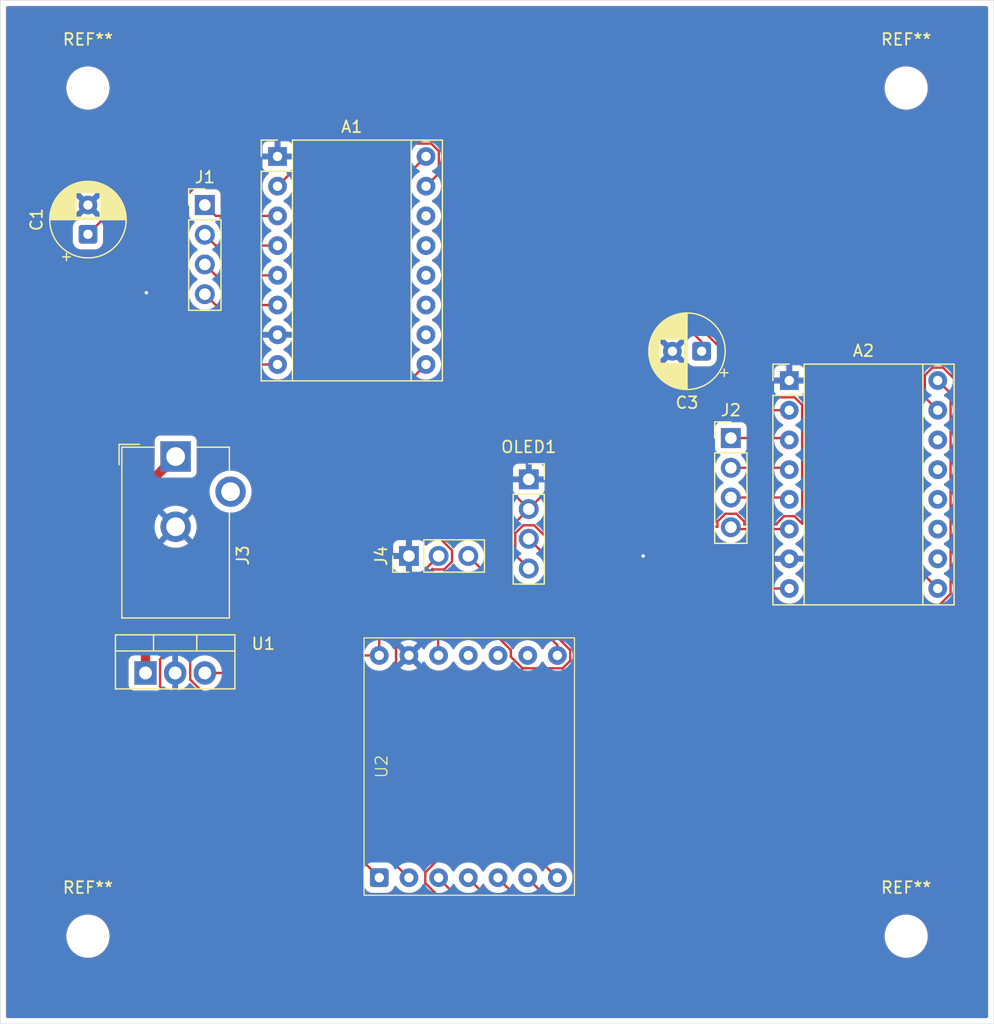
<source format=kicad_pcb>
(kicad_pcb (version 20241229) (generator "pcbnew") (generator_version "9.0")
  (layers (0 "F.Cu" signal) (2 "B.Cu" signal) (13 "F.Paste" user) (15 "B.Paste" user) (5 "F.SilkS" user "F.Silkscreen") (7 "B.SilkS" user "B.Silkscreen") (1 "F.Mask" user) (3 "B.Mask" user) (25 "Edge.Cuts" user))
  (net 0 "")
  (net 2 "Net-(A1-~{ENABLE})")
  (net 3 "GND")
  (net 4 "Net-(A1-1A)")
  (net 5 "Net-(A1-1B)")
  (net 6 "/+3V3")
  (net 8 "Net-(A1-2B)")
  (net 11 "Net-(A1-2A)")
  (net 12 "Net-(A1-VMOT)")
  (net 14 "Net-(A1-STEP)")
  (net 15 "Net-(A1-DIR)")
  (net 16 "Net-(A2-DIR)")
  (net 18 "Net-(A2-1B)")
  (net 20 "Net-(A2-STEP)")
  (net 22 "Net-(A2-2B)")
  (net 23 "Net-(A2-2A)")
  (net 25 "Net-(A2-1A)")
  (net 27 "Net-(A2-VMOT)")
  (net 28 "Net-(U1-VI)")
  (net 29 "Net-(J4-Pin_2)")
  (net 30 "Net-(J4-Pin_3)")
  (net 31 "Net-(OLED1-Pin_4)")
  (net 32 "Net-(OLED1-Pin_3)")
  (footprint "MountingHole:MountingHole_3.2mm_M3" (layer "F.Cu") (at 140 60)
    (property "Reference" "REF**" (at 0 -4.15 0) (layer "F.SilkS"))
    (property "Value" "MHole_3.2mm_M3")
    (pad "" np_thru_hole circle (at 0 0) (size 3.2 3.2) (drill 3.2) (layers "*.Cu" "*.Mask"))
  )
  (footprint "MountingHole:MountingHole_3.2mm_M3" (layer "F.Cu") (at 140 132.5)
    (property "Reference" "REF**" (at 0 -4.15 0) (layer "F.SilkS"))
    (property "Value" "MHole_3.2mm_M3")
    (pad "" np_thru_hole circle (at 0 0) (size 3.2 3.2) (drill 3.2) (layers "*.Cu" "*.Mask"))
  )
  (footprint "Connector_PinHeader_2.54mm:PinHeader_1x04_P2.54mm_Vertical" (layer "F.Cu") (at 125 89.92)
    (property "Reference" "J2" (at 0 -2.38 0) (layer "F.SilkS"))
    (property "Value" "Conn_01x04")
    (pad "1" thru_hole rect (at 0 0) (size 1.7 1.7) (drill 1) (layers "*.Cu" "*.Mask") (net 18 "Net-(A2-1B)"))
    (pad "2" thru_hole circle (at 0 2.54) (size 1.7 1.7) (drill 1) (layers "*.Cu" "*.Mask") (net 25 "Net-(A2-1A)"))
    (pad "3" thru_hole circle (at 0 5.08) (size 1.7 1.7) (drill 1) (layers "*.Cu" "*.Mask") (net 23 "Net-(A2-2A)"))
    (pad "4" thru_hole circle (at 0 7.62) (size 1.7 1.7) (drill 1) (layers "*.Cu" "*.Mask") (net 22 "Net-(A2-2B)"))
  )
  (footprint "Module:Pololu_Breakout-16_15.2x20.3mm" (layer "F.Cu") (at 130 85)
    (property "Reference" "A2" (at 6.35 -2.54 0) (layer "F.SilkS"))
    (property "Value" "Pololu_Breakout_A4988")
    (pad "1" thru_hole rect (at 0 0) (size 1.6 1.6) (drill 0.8) (layers "*.Cu" "*.Mask") (net 3 "GND"))
    (pad "2" thru_hole oval (at 0 2.54) (size 1.6 1.6) (drill 0.8) (layers "*.Cu" "*.Mask") (net 6 "/+3V3"))
    (pad "3" thru_hole oval (at 0 5.08) (size 1.6 1.6) (drill 0.8) (layers "*.Cu" "*.Mask") (net 18 "Net-(A2-1B)"))
    (pad "4" thru_hole oval (at 0 7.62) (size 1.6 1.6) (drill 0.8) (layers "*.Cu" "*.Mask") (net 25 "Net-(A2-1A)"))
    (pad "5" thru_hole oval (at 0 10.16) (size 1.6 1.6) (drill 0.8) (layers "*.Cu" "*.Mask") (net 23 "Net-(A2-2A)"))
    (pad "6" thru_hole oval (at 0 12.7) (size 1.6 1.6) (drill 0.8) (layers "*.Cu" "*.Mask") (net 22 "Net-(A2-2B)"))
    (pad "7" thru_hole oval (at 0 15.24) (size 1.6 1.6) (drill 0.8) (layers "*.Cu" "*.Mask") (net 3 "GND"))
    (pad "8" thru_hole oval (at 0 17.78) (size 1.6 1.6) (drill 0.8) (layers "*.Cu" "*.Mask") (net 27 "Net-(A2-VMOT)"))
    (pad "9" thru_hole oval (at 12.7 17.78) (size 1.6 1.6) (drill 0.8) (layers "*.Cu" "*.Mask") (net 2 "Net-(A1-~{ENABLE})"))
    (pad "10" thru_hole oval (at 12.7 15.24) (size 1.6 1.6) (drill 0.8) (layers "*.Cu" "*.Mask"))
    (pad "11" thru_hole oval (at 12.7 12.7) (size 1.6 1.6) (drill 0.8) (layers "*.Cu" "*.Mask"))
    (pad "12" thru_hole oval (at 12.7 10.16) (size 1.6 1.6) (drill 0.8) (layers "*.Cu" "*.Mask"))
    (pad "13" thru_hole oval (at 12.7 7.62) (size 1.6 1.6) (drill 0.8) (layers "*.Cu" "*.Mask"))
    (pad "14" thru_hole oval (at 12.7 5.08) (size 1.6 1.6) (drill 0.8) (layers "*.Cu" "*.Mask"))
    (pad "15" thru_hole oval (at 12.7 2.54) (size 1.6 1.6) (drill 0.8) (layers "*.Cu" "*.Mask") (net 20 "Net-(A2-STEP)"))
    (pad "16" thru_hole oval (at 12.7 0) (size 1.6 1.6) (drill 0.8) (layers "*.Cu" "*.Mask") (net 16 "Net-(A2-DIR)"))
  )
  (footprint "Library:XIAO_RP2040_THT" (layer "F.Cu") (at 102.62 118 90)
    (property "Reference" "U2" (at 0 -7.5 90) (layer "F.SilkS") (effects (font (thickness 0.1))))
    (property "Value" "MODULE-SEEEDUINO-XIAO")
    (pad "1" thru_hole roundrect (at -9.5 -7.7 90) (size 1.6 1.6) (drill 0.8) (layers "*.Cu" "*.Mask") (roundrect_rratio 0.15625) (net 14 "Net-(A1-STEP)"))
    (pad "2" thru_hole circle (at -9.5 -5.16 90) (size 1.6 1.6) (drill 0.8) (layers "*.Cu" "*.Mask") (net 15 "Net-(A1-DIR)"))
    (pad "3" thru_hole circle (at -9.5 -2.62 90) (size 1.6 1.6) (drill 0.8) (layers "*.Cu" "*.Mask") (net 20 "Net-(A2-STEP)"))
    (pad "4" thru_hole circle (at -9.5 -0.08 90) (size 1.6 1.6) (drill 0.8) (layers "*.Cu" "*.Mask") (net 16 "Net-(A2-DIR)"))
    (pad "5" thru_hole circle (at -9.5 2.46 90) (size 1.6 1.6) (drill 0.8) (layers "*.Cu" "*.Mask") (net 31 "Net-(OLED1-Pin_4)"))
    (pad "6" thru_hole circle (at -9.5 5 90) (size 1.6 1.6) (drill 0.8) (layers "*.Cu" "*.Mask") (net 32 "Net-(OLED1-Pin_3)"))
    (pad "7" thru_hole circle (at -9.5 7.54 90) (size 1.6 1.6) (drill 0.8) (layers "*.Cu" "*.Mask") (net 2 "Net-(A1-~{ENABLE})"))
    (pad "8" thru_hole circle (at 9.5 7.54 90) (size 1.6 1.6) (drill 0.8) (layers "*.Cu" "*.Mask") (net 30 "Net-(J4-Pin_3)"))
    (pad "9" thru_hole circle (at 9.5 5 90) (size 1.6 1.6) (drill 0.8) (layers "*.Cu" "*.Mask"))
    (pad "10" thru_hole circle (at 9.5 2.46 90) (size 1.6 1.6) (drill 0.8) (layers "*.Cu" "*.Mask"))
    (pad "11" thru_hole circle (at 9.5 -0.08 90) (size 1.6 1.6) (drill 0.8) (layers "*.Cu" "*.Mask"))
    (pad "12" thru_hole circle (at 9.5 -2.62 90) (size 1.6 1.6) (drill 0.8) (layers "*.Cu" "*.Mask") (net 6 "/+3V3"))
    (pad "13" thru_hole circle (at 9.5 -5.16 90) (size 1.6 1.6) (drill 0.8) (layers "*.Cu" "*.Mask") (net 3 "GND"))
    (pad "14" thru_hole circle (at 9.5 -7.7 90) (size 1.6 1.6) (drill 0.8) (layers "*.Cu" "*.Mask") (net 29 "Net-(J4-Pin_2)"))
  )
  (footprint "Connector_PinHeader_2.54mm:PinHeader_1x03_P2.54mm_Vertical" (layer "F.Cu") (at 97.46 100 90)
    (property "Reference" "J4" (at 0 -2.38 90) (layer "F.SilkS"))
    (property "Value" "Conn_01x03")
    (pad "1" thru_hole rect (at 0 0 90) (size 1.7 1.7) (drill 1) (layers "*.Cu" "*.Mask") (net 3 "GND"))
    (pad "2" thru_hole circle (at 0 2.54 90) (size 1.7 1.7) (drill 1) (layers "*.Cu" "*.Mask") (net 29 "Net-(J4-Pin_2)"))
    (pad "3" thru_hole circle (at 0 5.08 90) (size 1.7 1.7) (drill 1) (layers "*.Cu" "*.Mask") (net 30 "Net-(J4-Pin_3)"))
  )
  (footprint "Package_TO_SOT_THT:TO-220-3_Vertical" (layer "F.Cu") (at 74.92 110)
    (property "Reference" "U1" (at 10.08 -2.5 0) (layer "F.SilkS"))
    (property "Value" "LM7805_TO220")
    (pad "1" thru_hole rect (at 0 0) (size 1.905 2) (drill 1.1) (layers "*.Cu" "*.Mask") (net 28 "Net-(U1-VI)"))
    (pad "2" thru_hole oval (at 2.54 0) (size 1.905 2) (drill 1.1) (layers "*.Cu" "*.Mask") (net 3 "GND"))
    (pad "3" thru_hole oval (at 5.08 0) (size 1.905 2) (drill 1.1) (layers "*.Cu" "*.Mask") (net 29 "Net-(J4-Pin_2)"))
  )
  (footprint "MountingHole:MountingHole_3.2mm_M3" (layer "F.Cu") (at 70 132.5)
    (property "Reference" "REF**" (at 0 -4.15 0) (layer "F.SilkS"))
    (property "Value" "MHole_3.2mm_M3")
    (pad "" np_thru_hole circle (at 0 0) (size 3.2 3.2) (drill 3.2) (layers "*.Cu" "*.Mask"))
  )
  (footprint "MountingHole:MountingHole_3.2mm_M3" (layer "F.Cu") (at 70 60)
    (property "Reference" "REF**" (at 0 -4.15 0) (layer "F.SilkS"))
    (property "Value" "MHole_3.2mm_M3")
    (pad "" np_thru_hole circle (at 0 0) (size 3.2 3.2) (drill 3.2) (layers "*.Cu" "*.Mask"))
  )
  (footprint "Connector_PinSocket_2.54mm:PinSocket_1x04_P2.54mm_Vertical" (layer "F.Cu") (at 107.71 93.45)
    (property "Reference" "OLED1" (at 0 -2.77 0) (layer "F.SilkS"))
    (property "Value" "Conn_01x04")
    (pad "1" thru_hole rect (at 0 0) (size 1.7 1.7) (drill 1) (layers "*.Cu" "*.Mask") (net 3 "GND"))
    (pad "2" thru_hole circle (at 0 2.54) (size 1.7 1.7) (drill 1) (layers "*.Cu" "*.Mask") (net 6 "/+3V3"))
    (pad "3" thru_hole circle (at 0 5.08) (size 1.7 1.7) (drill 1) (layers "*.Cu" "*.Mask") (net 32 "Net-(OLED1-Pin_3)"))
    (pad "4" thru_hole circle (at 0 7.62) (size 1.7 1.7) (drill 1) (layers "*.Cu" "*.Mask") (net 31 "Net-(OLED1-Pin_4)"))
  )
  (footprint "Connector_PinHeader_2.54mm:PinHeader_1x04_P2.54mm_Vertical" (layer "F.Cu") (at 80 70)
    (property "Reference" "J1" (at 0 -2.38 0) (layer "F.SilkS"))
    (property "Value" "Conn_01x04")
    (pad "1" thru_hole rect (at 0 0) (size 1.7 1.7) (drill 1) (layers "*.Cu" "*.Mask") (net 5 "Net-(A1-1B)"))
    (pad "2" thru_hole circle (at 0 2.54) (size 1.7 1.7) (drill 1) (layers "*.Cu" "*.Mask") (net 4 "Net-(A1-1A)"))
    (pad "3" thru_hole circle (at 0 5.08) (size 1.7 1.7) (drill 1) (layers "*.Cu" "*.Mask") (net 11 "Net-(A1-2A)"))
    (pad "4" thru_hole circle (at 0 7.62) (size 1.7 1.7) (drill 1) (layers "*.Cu" "*.Mask") (net 8 "Net-(A1-2B)"))
  )
  (footprint "Capacitor_THT:CP_Radial_D6.3mm_P2.50mm" (layer "F.Cu") (at 70 72.5 90)
    (property "Reference" "C1" (at 1.25 -4.4 90) (layer "F.SilkS"))
    (property "Value" "100uf")
    (pad "1" thru_hole roundrect (at 0 0 90) (size 1.6 1.6) (drill 0.8) (layers "*.Cu" "*.Mask") (roundrect_rratio 0.15625) (net 27 "Net-(A2-VMOT)"))
    (pad "2" thru_hole circle (at 2.5 0 90) (size 1.6 1.6) (drill 0.8) (layers "*.Cu" "*.Mask") (net 3 "GND"))
  )
  (footprint "Capacitor_THT:CP_Radial_D6.3mm_P2.50mm" (layer "F.Cu") (at 122.5 82.5 180)
    (property "Reference" "C3" (at 1.25 -4.4 0) (layer "F.SilkS"))
    (property "Value" "100uf")
    (pad "1" thru_hole roundrect (at 0 0 180) (size 1.6 1.6) (drill 0.8) (layers "*.Cu" "*.Mask") (roundrect_rratio 0.15625) (net 12 "Net-(A1-VMOT)"))
    (pad "2" thru_hole circle (at 2.5 0 180) (size 1.6 1.6) (drill 0.8) (layers "*.Cu" "*.Mask") (net 3 "GND"))
  )
  (footprint "Module:Pololu_Breakout-16_15.2x20.3mm" (layer "F.Cu") (at 86.22 65.85)
    (property "Reference" "A1" (at 6.35 -2.54 0) (layer "F.SilkS"))
    (property "Value" "Pololu_Breakout_A4988")
    (pad "1" thru_hole rect (at 0 0) (size 1.6 1.6) (drill 0.8) (layers "*.Cu" "*.Mask") (net 3 "GND"))
    (pad "2" thru_hole oval (at 0 2.54) (size 1.6 1.6) (drill 0.8) (layers "*.Cu" "*.Mask") (net 6 "/+3V3"))
    (pad "3" thru_hole oval (at 0 5.08) (size 1.6 1.6) (drill 0.8) (layers "*.Cu" "*.Mask") (net 5 "Net-(A1-1B)"))
    (pad "4" thru_hole oval (at 0 7.62) (size 1.6 1.6) (drill 0.8) (layers "*.Cu" "*.Mask") (net 4 "Net-(A1-1A)"))
    (pad "5" thru_hole oval (at 0 10.16) (size 1.6 1.6) (drill 0.8) (layers "*.Cu" "*.Mask") (net 11 "Net-(A1-2A)"))
    (pad "6" thru_hole oval (at 0 12.7) (size 1.6 1.6) (drill 0.8) (layers "*.Cu" "*.Mask") (net 8 "Net-(A1-2B)"))
    (pad "7" thru_hole oval (at 0 15.24) (size 1.6 1.6) (drill 0.8) (layers "*.Cu" "*.Mask") (net 3 "GND"))
    (pad "8" thru_hole oval (at 0 17.78) (size 1.6 1.6) (drill 0.8) (layers "*.Cu" "*.Mask") (net 12 "Net-(A1-VMOT)"))
    (pad "9" thru_hole oval (at 12.7 17.78) (size 1.6 1.6) (drill 0.8) (layers "*.Cu" "*.Mask") (net 2 "Net-(A1-~{ENABLE})"))
    (pad "10" thru_hole oval (at 12.7 15.24) (size 1.6 1.6) (drill 0.8) (layers "*.Cu" "*.Mask"))
    (pad "11" thru_hole oval (at 12.7 12.7) (size 1.6 1.6) (drill 0.8) (layers "*.Cu" "*.Mask"))
    (pad "12" thru_hole oval (at 12.7 10.16) (size 1.6 1.6) (drill 0.8) (layers "*.Cu" "*.Mask"))
    (pad "13" thru_hole oval (at 12.7 7.62) (size 1.6 1.6) (drill 0.8) (layers "*.Cu" "*.Mask"))
    (pad "14" thru_hole oval (at 12.7 5.08) (size 1.6 1.6) (drill 0.8) (layers "*.Cu" "*.Mask"))
    (pad "15" thru_hole oval (at 12.7 2.54) (size 1.6 1.6) (drill 0.8) (layers "*.Cu" "*.Mask") (net 14 "Net-(A1-STEP)"))
    (pad "16" thru_hole oval (at 12.7 0) (size 1.6 1.6) (drill 0.8) (layers "*.Cu" "*.Mask") (net 15 "Net-(A1-DIR)"))
  )
  (footprint "Connector_BarrelJack:BarrelJack_CUI_PJ-102AH_Horizontal" (layer "F.Cu") (at 77.5 91.5)
    (property "Reference" "J3" (at 5.75 8.45 90) (layer "F.SilkS"))
    (property "Value" "Barrel_Jack")
    (pad "1" thru_hole rect (at 0 0) (size 2.6 2.6) (drill 1.6) (layers "*.Cu" "*.Mask") (net 28 "Net-(U1-VI)"))
    (pad "2" thru_hole circle (at 0 6) (size 2.6 2.6) (drill 1.6) (layers "*.Cu" "*.Mask") (net 3 "GND"))
    (pad "3" thru_hole circle (at 4.7 3) (size 2.6 2.6) (drill 1.6) (layers "*.Cu" "*.Mask"))
  )
  (gr_rect (start 62.5 52.5) (end 147.5 140) (stroke (width 0.05)) (fill no) (layer "Edge.Cuts"))
  (segment (start 110.12 127.5) (end 110.16 127.5) (width 0.2) (layer "F.Cu") (net 2))
  (segment (start 97.5 106.359) (end 96.359 107.5) (width 0.2) (layer "F.Cu") (net 2))
  (segment (start 108.141 125.521) (end 110.12 127.5) (width 0.2) (layer "F.Cu") (net 2))
  (segment (start 110.27025 137.901) (end 144.603 103.56825) (width 0.2) (layer "F.Cu") (net 2))
  (segment (start 97.901 102.7061) (end 96.55355 104.05355) (width 0.2) (layer "F.Cu") (net 2))
  (segment (start 97.901 102.6661) (end 97.901 102.7061) (width 0.2) (layer "F.Cu") (net 2))
  (segment (start 142.07785 83.498) (end 141.198 84.37785) (width 0.2) (layer "F.Cu") (net 2))
  (segment (start 98.92 83.63) (end 97.5 85.05) (width 0.2) (layer "F.Cu") (net 2))
  (segment (start 99.46967 101.09743) (end 97.901 102.6661) (width 0.2) (layer "F.Cu") (net 2))
  (segment (start 141.198 101.278) (end 142.7 102.78) (width 0.2) (layer "F.Cu") (net 2))
  (segment (start 141.198 84.37785) (end 141.198 101.278) (width 0.2) (layer "F.Cu") (net 2))
  (segment (start 96.55355 104.05355) (end 97.5 105) (width 0.2) (layer "F.Cu") (net 2))
  (segment (start 100.38195 125.521) (end 98.859 127.04395) (width 0.2) (layer "F.Cu") (net 2))
  (segment (start 108.141 125.521) (end 100.38195 125.521) (width 0.2) (layer "F.Cu") (net 2))
  (segment (start 144.603 103.56825) (end 144.603 84.77885) (width 0.2) (layer "F.Cu") (net 2))
  (segment (start 97.5 114.88) (end 108.141 125.521) (width 0.2) (layer "F.Cu") (net 2))
  (segment (start 96.359 109.40295) (end 96.359 107.5) (width 0.2) (layer "F.Cu") (net 2))
  (segment (start 97.5 110.54395) (end 96.359 109.40295) (width 0.2) (layer "F.Cu") (net 2))
  (segment (start 100.47676 101.151) (end 99.52324 101.151) (width 0.2) (layer "F.Cu") (net 2))
  (segment (start 98.859 127.04395) (end 98.859 127.95605) (width 0.2) (layer "F.Cu") (net 2))
  (segment (start 97.5 105) (end 97.5 106.359) (width 0.2) (layer "F.Cu") (net 2))
  (segment (start 97.5 85.05) (end 97.5 97.5) (width 0.2) (layer "F.Cu") (net 2))
  (segment (start 101.151 99.52324) (end 101.151 100.47676) (width 0.2) (layer "F.Cu") (net 2))
  (segment (start 97.5 97.5) (end 99.12776 97.5) (width 0.2) (layer "F.Cu") (net 2))
  (segment (start 144.603 84.77885) (end 143.32215 83.498) (width 0.2) (layer "F.Cu") (net 2))
  (segment (start 101.151 100.47676) (end 100.47676 101.151) (width 0.2) (layer "F.Cu") (net 2))
  (segment (start 108.80395 137.901) (end 110.27025 137.901) (width 0.2) (layer "F.Cu") (net 2))
  (segment (start 98.859 127.95605) (end 108.80395 137.901) (width 0.2) (layer "F.Cu") (net 2))
  (segment (start 99.12776 97.5) (end 101.151 99.52324) (width 0.2) (layer "F.Cu") (net 2))
  (segment (start 99.52324 101.151) (end 99.46967 101.09743) (width 0.2) (layer "F.Cu") (net 2))
  (segment (start 143.32215 83.498) (end 142.07785 83.498) (width 0.2) (layer "F.Cu") (net 2))
  (segment (start 97.5 110.54395) (end 97.5 114.88) (width 0.2) (layer "F.Cu") (net 2))
  (segment (start 117.74 100.24) (end 117.5 100) (width 0.2) (layer "F.Cu") (net 3))
  (segment (start 130 100.24) (end 117.74 100.24) (width 0.2) (layer "F.Cu") (net 3))
  (segment (start 86.22 81.09) (end 78.59 81.09) (width 0.2) (layer "F.Cu") (net 3))
  (segment (start 78.59 81.09) (end 75 77.5) (width 0.2) (layer "F.Cu") (net 3))
  (via (at 117.5 100) (size 0.6) (drill 0.3) (layers "F.Cu" "B.Cu") (net 3))
  (via (at 75 77.5) (size 0.6) (drill 0.3) (layers "F.Cu" "B.Cu") (net 3))
  (segment (start 117.5 100) (end 110.95 93.45) (width 0.2) (layer "B.Cu") (net 3))
  (segment (start 75 75) (end 70 70) (width 0.2) (layer "B.Cu") (net 3))
  (segment (start 110.95 93.45) (end 107.71 93.45) (width 0.2) (layer "B.Cu") (net 3))
  (segment (start 75 77.5) (end 75 75) (width 0.2) (layer "B.Cu") (net 3))
  (segment (start 80.93 73.47) (end 86.22 73.47) (width 0.2) (layer "F.Cu") (net 4))
  (segment (start 80 72.54) (end 80.93 73.47) (width 0.2) (layer "F.Cu") (net 4))
  (segment (start 80.93 70.93) (end 80 70) (width 0.2) (layer "F.Cu") (net 5))
  (segment (start 86.22 70.93) (end 80.93 70.93) (width 0.2) (layer "F.Cu") (net 5))
  (segment (start 92.11 62.5) (end 86.22 68.39) (width 0.2) (layer "F.Cu") (net 6))
  (segment (start 105.04 101.82295) (end 111.261 108.04395) (width 0.2) (layer "F.Cu") (net 6))
  (segment (start 111.261 108.04395) (end 111.261 108.95605) (width 0.2) (layer "F.Cu") (net 6))
  (segment (start 102.5 90.78) (end 102.5 62.5) (width 0.2) (layer "F.Cu") (net 6))
  (segment (start 107.71 95.99) (end 116.16 87.54) (width 0.2) (layer "F.Cu") (net 6))
  (segment (start 105 98.7) (end 105 101.82295) (width 0.2) (layer "F.Cu") (net 6))
  (segment (start 99.96 105) (end 99.96 108.5) (width 0.2) (layer "F.Cu") (net 6))
  (segment (start 102.5 62.5) (end 92.11 62.5) (width 0.2) (layer "F.Cu") (net 6))
  (segment (start 107.16395 109.601) (end 106.181 108.61805) (width 0.2) (layer "F.Cu") (net 6))
  (segment (start 103.13705 105) (end 99.96 105) (width 0.2) (layer "F.Cu") (net 6))
  (segment (start 107.12395 109.601) (end 107.5 109.601) (width 0.2) (layer "F.Cu") (net 6))
  (segment (start 107.71 95.99) (end 105 98.7) (width 0.2) (layer "F.Cu") (net 6))
  (segment (start 107.5 109.601) (end 107.16395 109.601) (width 0.2) (layer "F.Cu") (net 6))
  (segment (start 106.181 108.61805) (end 106.181 108.04395) (width 0.2) (layer "F.Cu") (net 6))
  (segment (start 107.71 95.99) (end 102.5 90.78) (width 0.2) (layer "F.Cu") (net 6))
  (segment (start 116.16 87.54) (end 130 87.54) (width 0.2) (layer "F.Cu") (net 6))
  (segment (start 110.61605 109.601) (end 107.5 109.601) (width 0.2) (layer "F.Cu") (net 6))
  (segment (start 111.261 108.95605) (end 110.61605 109.601) (width 0.2) (layer "F.Cu") (net 6))
  (segment (start 106.181 108.04395) (end 103.13705 105) (width 0.2) (layer "F.Cu") (net 6))
  (segment (start 105 101.82295) (end 105.04 101.82295) (width 0.2) (layer "F.Cu") (net 6))
  (segment (start 80.93 78.55) (end 86.22 78.55) (width 0.2) (layer "F.Cu") (net 8))
  (segment (start 80 77.62) (end 80.93 78.55) (width 0.2) (layer "F.Cu") (net 8))
  (segment (start 80.93 76.01) (end 86.22 76.01) (width 0.2) (layer "F.Cu") (net 11))
  (segment (start 80 75.08) (end 80.93 76.01) (width 0.2) (layer "F.Cu") (net 11))
  (segment (start 122.5 81.7) (end 102.899 62.099) (width 0.2) (layer "F.Cu") (net 12))
  (segment (start 87.769 62.099) (end 87.368 62.5) (width 0.2) (layer "F.Cu") (net 12))
  (segment (start 85.119 62.5) (end 67.5 80.119) (width 0.2) (layer "F.Cu") (net 12))
  (segment (start 122.5 82.5) (end 122.5 81.7) (width 0.2) (layer "F.Cu") (net 12))
  (segment (start 67.5 80.119) (end 67.5 83.63) (width 0.2) (layer "F.Cu") (net 12))
  (segment (start 102.899 62.099) (end 87.769 62.099) (width 0.2) (layer "F.Cu") (net 12))
  (segment (start 87.368 62.5) (end 85.119 62.5) (width 0.2) (layer "F.Cu") (net 12))
  (segment (start 67.5 83.63) (end 86.22 83.63) (width 0.2) (layer "F.Cu") (net 12))
  (segment (start 95 93.179783) (end 95 67.5) (width 0.2) (layer "F.Cu") (net 14))
  (segment (start 77.5 105) (end 83.179783 105) (width 0.2) (layer "F.Cu") (net 14))
  (segment (start 94.92 127.5) (end 94.92 127.48) (width 0.2) (layer "F.Cu") (net 14))
  (segment (start 76.1735 108.8265) (end 77.5 107.5) (width 0.2) (layer "F.Cu") (net 14))
  (segment (start 100.021 65.39395) (end 100.021 67.289) (width 0.2) (layer "F.Cu") (net 14))
  (segment (start 80 112.56) (end 77.56 112.56) (width 0.2) (layer "F.Cu") (net 14))
  (segment (start 94.88 127.5) (end 94.92 127.5) (width 0.2) (layer "F.Cu") (net 14))
  (segment (start 77.56 112.56) (end 76.1735 111.1735) (width 0.2) (layer "F.Cu") (net 14))
  (segment (start 100.021 67.289) (end 98.92 68.39) (width 0.2) (layer "F.Cu") (net 14))
  (segment (start 97.751 64.749) (end 99.37605 64.749) (width 0.2) (layer "F.Cu") (net 14))
  (segment (start 94.92 127.48) (end 80 112.56) (width 0.2) (layer "F.Cu") (net 14))
  (segment (start 95 67.5) (end 97.751 64.749) (width 0.2) (layer "F.Cu") (net 14))
  (segment (start 76.1735 111.1735) (end 76.1735 108.8265) (width 0.2) (layer "F.Cu") (net 14))
  (segment (start 77.5 107.5) (end 77.5 105) (width 0.2) (layer "F.Cu") (net 14))
  (segment (start 99.37605 64.749) (end 100.021 65.39395) (width 0.2) (layer "F.Cu") (net 14))
  (segment (start 83.179783 105) (end 95 93.179783) (width 0.2) (layer "F.Cu") (net 14))
  (segment (start 82.099 105.401) (end 93.25 105.401) (width 0.2) (layer "F.Cu") (net 15))
  (segment (start 97.5 67.27) (end 98.92 65.85) (width 0.2) (layer "F.Cu") (net 15))
  (segment (start 95.401 72.099) (end 97.5 70) (width 0.2) (layer "F.Cu") (net 15))
  (segment (start 93.25 105.401) (end 95 103.651) (width 0.2) (layer "F.Cu") (net 15))
  (segment (start 97.42 127.5) (end 95 125.08) (width 0.2) (layer "F.Cu") (net 15))
  (segment (start 95 125.08) (end 95 125) (width 0.2) (layer "F.Cu") (net 15))
  (segment (start 78.7465 108.7535) (end 82.099 105.401) (width 0.2) (layer "F.Cu") (net 15))
  (segment (start 95 101.349) (end 95 93.746883) (width 0.2) (layer "F.Cu") (net 15))
  (segment (start 78.7465 110.566717) (end 78.7465 108.7535) (width 0.2) (layer "F.Cu") (net 15))
  (segment (start 97.46 127.5) (end 97.42 127.5) (width 0.2) (layer "F.Cu") (net 15))
  (segment (start 95 93.746883) (end 95.401 93.345883) (width 0.2) (layer "F.Cu") (net 15))
  (segment (start 80.679783 112.5) (end 78.7465 110.566717) (width 0.2) (layer "F.Cu") (net 15))
  (segment (start 93.849 103.651) (end 93.849 101.349) (width 0.2) (layer "F.Cu") (net 15))
  (segment (start 82.5 112.5) (end 80.679783 112.5) (width 0.2) (layer "F.Cu") (net 15))
  (segment (start 95.401 93.345883) (end 95.401 72.099) (width 0.2) (layer "F.Cu") (net 15))
  (segment (start 97.5 70) (end 97.5 67.27) (width 0.2) (layer "F.Cu") (net 15))
  (segment (start 93.849 101.349) (end 95 101.349) (width 0.2) (layer "F.Cu") (net 15))
  (segment (start 95 103.651) (end 93.849 103.651) (width 0.2) (layer "F.Cu") (net 15))
  (segment (start 95 125) (end 82.5 112.5) (width 0.2) (layer "F.Cu") (net 15))
  (segment (start 102.54 127.54) (end 102.54 127.5) (width 0.2) (layer "F.Cu") (net 16))
  (segment (start 143.801 103.23605) (end 113.81505 133.222) (width 0.2) (layer "F.Cu") (net 16))
  (segment (start 143.801 86.101) (end 143.801 103.23605) (width 0.2) (layer "F.Cu") (net 16))
  (segment (start 142.7 85) (end 143.801 86.101) (width 0.2) (layer "F.Cu") (net 16))
  (segment (start 108.222 133.222) (end 102.54 127.54) (width 0.2) (layer "F.Cu") (net 16))
  (segment (start 113.81505 133.222) (end 108.222 133.222) (width 0.2) (layer "F.Cu") (net 16))
  (segment (start 129.84 89.92) (end 130 90.08) (width 0.2) (layer "F.Cu") (net 18))
  (segment (start 125 89.92) (end 129.84 89.92) (width 0.2) (layer "F.Cu") (net 18))
  (segment (start 107.46 135) (end 100 127.54) (width 0.2) (layer "F.Cu") (net 20))
  (segment (start 142.24395 83.899) (end 143.15605 83.899) (width 0.2) (layer "F.Cu") (net 20))
  (segment (start 144.202 84.94495) (end 144.202 103.40215) (width 0.2) (layer "F.Cu") (net 20))
  (segment (start 141.599 86.439) (end 141.599 84.54395) (width 0.2) (layer "F.Cu") (net 20))
  (segment (start 142.7 87.54) (end 141.599 86.439) (width 0.2) (layer "F.Cu") (net 20))
  (segment (start 141.599 84.54395) (end 142.24395 83.899) (width 0.2) (layer "F.Cu") (net 20))
  (segment (start 100 127.54) (end 100 127.5) (width 0.2) (layer "F.Cu") (net 20))
  (segment (start 112.60415 135) (end 107.46 135) (width 0.2) (layer "F.Cu") (net 20))
  (segment (start 143.15605 83.899) (end 144.202 84.94495) (width 0.2) (layer "F.Cu") (net 20))
  (segment (start 144.202 103.40215) (end 112.60415 135) (width 0.2) (layer "F.Cu") (net 20))
  (segment (start 130 97.7) (end 125.16 97.7) (width 0.2) (layer "F.Cu") (net 22))
  (segment (start 125.16 97.7) (end 125 97.54) (width 0.2) (layer "F.Cu") (net 22))
  (segment (start 125 95) (end 129.84 95) (width 0.2) (layer "F.Cu") (net 23))
  (segment (start 129.84 95) (end 130 95.16) (width 0.2) (layer "F.Cu") (net 23))
  (segment (start 125 92.46) (end 129.84 92.46) (width 0.2) (layer "F.Cu") (net 25))
  (segment (start 129.84 92.46) (end 130 92.62) (width 0.2) (layer "F.Cu") (net 25))
  (segment (start 115 102.5) (end 115.28 102.78) (width 0.2) (layer "F.Cu") (net 27))
  (segment (start 103.58416 61.698) (end 128.32516 86.439) (width 0.2) (layer "F.Cu") (net 27))
  (segment (start 124.52324 96.389) (end 123.849 97.06324) (width 0.2) (layer "F.Cu") (net 27))
  (segment (start 128.32516 86.439) (end 130.45605 86.439) (width 0.2) (layer "F.Cu") (net 27))
  (segment (start 115.28 102.78) (end 130 102.78) (width 0.2) (layer "F.Cu") (net 27))
  (segment (start 126.151 97.06324) (end 125.47676 96.389) (width 0.2) (layer "F.Cu") (net 27))
  (segment (start 125.47676 96.389) (end 124.52324 96.389) (width 0.2) (layer "F.Cu") (net 27))
  (segment (start 128.899 97.24395) (end 128.899 97.299) (width 0.2) (layer "F.Cu") (net 27))
  (segment (start 130.45605 96.599) (end 129.54395 96.599) (width 0.2) (layer "F.Cu") (net 27))
  (segment (start 123.849 97.06324) (end 123.849 97.5) (width 0.2) (layer "F.Cu") (net 27))
  (segment (start 128.899 97.299) (end 126.151 97.299) (width 0.2) (layer "F.Cu") (net 27))
  (segment (start 131.101 97.24395) (end 130.45605 96.599) (width 0.2) (layer "F.Cu") (net 27))
  (segment (start 126.151 97.299) (end 126.151 97.06324) (width 0.2) (layer "F.Cu") (net 27))
  (segment (start 131.101 87.08395) (end 131.101 97.24395) (width 0.2) (layer "F.Cu") (net 27))
  (segment (start 70 72.5) (end 80.802 61.698) (width 0.2) (layer "F.Cu") (net 27))
  (segment (start 115 97.5) (end 115 102.5) (width 0.2) (layer "F.Cu") (net 27))
  (segment (start 123.849 97.5) (end 115 97.5) (width 0.2) (layer "F.Cu") (net 27))
  (segment (start 129.54395 96.599) (end 128.899 97.24395) (width 0.2) (layer "F.Cu") (net 27))
  (segment (start 130.45605 86.439) (end 131.101 87.08395) (width 0.2) (layer "F.Cu") (net 27))
  (segment (start 80.802 61.698) (end 103.58416 61.698) (width 0.2) (layer "F.Cu") (net 27))
  (segment (start 74.92 110) (end 74.92 94.08) (width 0.8) (layer "F.Cu") (net 28))
  (segment (start 74.92 94.08) (end 77.5 91.5) (width 0.8) (layer "F.Cu") (net 28))
  (segment (start 82.5 110) (end 84 108.5) (width 0.2) (layer "F.Cu") (net 29))
  (segment (start 94.92 108.5) (end 94.92 105.12) (width 0.2) (layer "F.Cu") (net 29))
  (segment (start 97.5 102.5) (end 100 100) (width 0.2) (layer "F.Cu") (net 29))
  (segment (start 94.92 105.12) (end 97.5 102.54) (width 0.2) (layer "F.Cu") (net 29))
  (segment (start 84 108.5) (end 94.92 108.5) (width 0.2) (layer "F.Cu") (net 29))
  (segment (start 97.5 102.54) (end 97.5 102.5) (width 0.2) (layer "F.Cu") (net 29))
  (segment (start 80 110) (end 82.5 110) (width 0.2) (layer "F.Cu") (net 29))
  (segment (start 110.16 108.5) (end 110.12 108.5) (width 0.2) (layer "F.Cu") (net 30))
  (segment (start 102.54 100) (end 110.16 107.62) (width 0.2) (layer "F.Cu") (net 30))
  (segment (start 110.16 107.62) (end 110.16 108.5) (width 0.2) (layer "F.Cu") (net 30))
  (segment (start 106.559 99.919) (end 106.559 98.05324) (width 0.2) (layer "F.Cu") (net 31))
  (segment (start 108.18676 97.379) (end 115 104.19224) (width 0.2) (layer "F.Cu") (net 31))
  (segment (start 112.6661 132.821) (end 110.361 132.821) (width 0.2) (layer "F.Cu") (net 31))
  (segment (start 106.559 98.05324) (end 107.23324 97.379) (width 0.2) (layer "F.Cu") (net 31))
  (segment (start 105.08 127.54) (end 105.08 127.5) (width 0.2) (layer "F.Cu") (net 31))
  (segment (start 107.23324 97.379) (end 108.18676 97.379) (width 0.2) (layer "F.Cu") (net 31))
  (segment (start 115 130.4871) (end 112.6661 132.821) (width 0.2) (layer "F.Cu") (net 31))
  (segment (start 115 104.19224) (end 115 130.4871) (width 0.2) (layer "F.Cu") (net 31))
  (segment (start 110.361 132.821) (end 105.08 127.54) (width 0.2) (layer "F.Cu") (net 31))
  (segment (start 107.71 101.07) (end 106.559 99.919) (width 0.2) (layer "F.Cu") (net 31))
  (segment (start 112.5 132.42) (end 107.62 127.54) (width 0.2) (layer "F.Cu") (net 32))
  (segment (start 112.5 103.32) (end 112.5 132.42) (width 0.2) (layer "F.Cu") (net 32))
  (segment (start 107.62 127.54) (end 107.62 127.5) (width 0.2) (layer "F.Cu") (net 32))
  (segment (start 107.71 98.53) (end 112.5 103.32) (width 0.2) (layer "F.Cu") (net 32))
  (zone (net 3) (net_name "GND") (layer "F.Cu") (connect_pads (clearance 0.5)) (min_thickness 0.25) (fill yes (thermal_gap 0.5) (thermal_bridge_width 0.5))
    (polygon (pts (xy 147.5 140) (xy 62.5 140) (xy 62.5 52.5) (xy 147.5 52.5)))
  )
  (zone (net 3) (net_name "GND") (layer "B.Cu") (priority 1) (connect_pads (clearance 0.5)) (min_thickness 0.25) (fill yes (thermal_gap 0.5) (thermal_bridge_width 0.5))
    (polygon (pts (xy 147.5 140) (xy 62.5 140) (xy 62.5 52.5) (xy 147.5 52.5)))
  )
)
</source>
